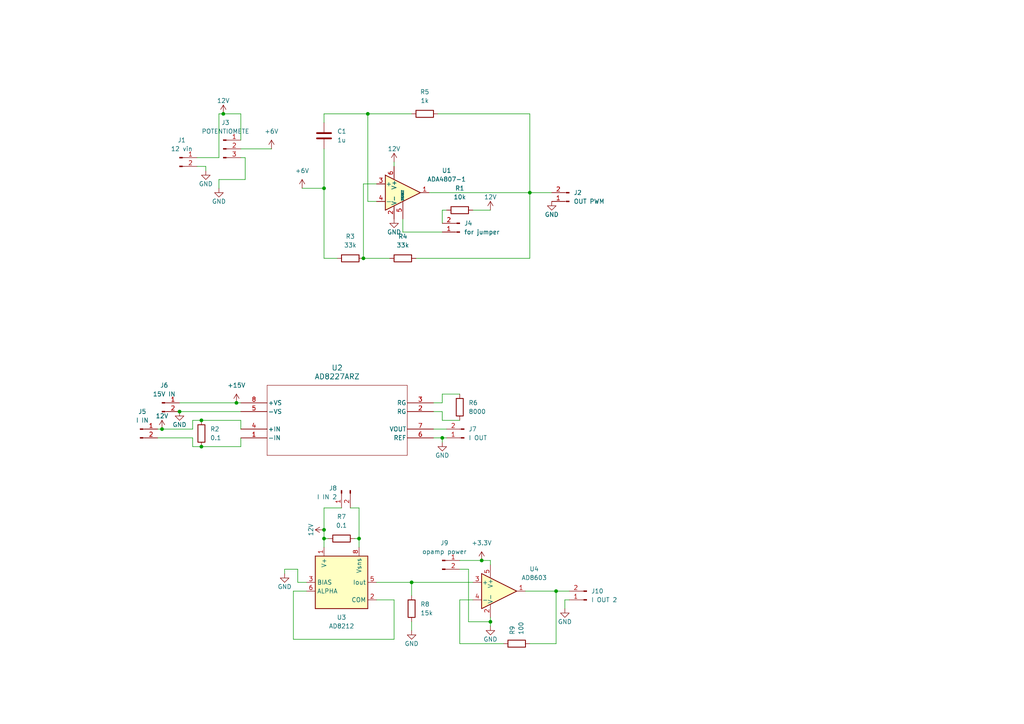
<source format=kicad_sch>
(kicad_sch (version 20250114) (generator "eeschema") (generator_version "9.0")
  (paper "A4")
  (lib_symbols
    (symbol "Amplifier_Current:AD8212"
      (property "Reference" "U" (at -7.62 10.795 0))
      (property "Value" "AD8212" (at -7.62 8.89 0))
      (symbol "AD8212_0_1"
        (rectangle (start -7.62 7.62) (end 7.62 -7.62) (stroke (width 0.254)) (fill (type background)))
      )
      (symbol "AD8212_1_1"
        (pin input line (at -10.16 0 0) (length 2.54) (name "BIAS") (number "3"))
        (pin output line (at -10.16 -2.54 0) (length 2.54) (name "ALPHA") (number "6"))
        (pin power_in line (at -5.08 10.16 270) (length 2.54) (name "V+") (number "1"))
        (pin no_connect line (at -2.54 -7.62 90) (length 2.54) (hide yes) (name "NC") (number "4"))
        (pin no_connect line (at 0 -7.62 90) (length 2.54) (hide yes) (name "NC") (number "7"))
        (pin input line (at 5.08 10.16 270) (length 2.54) (name "Vsns") (number "8"))
        (pin output line (at 10.16 0 180) (length 2.54) (name "Iout") (number "5"))
        (pin input line (at 10.16 -5.08 180) (length 2.54) (name "COM") (number "2"))
      )
    )
    (symbol "Amplifier_Operational:AD8603" (pin_names (offset 0.127))
      (property "Reference" "U" (at 0 5.08 0))
      (property "Value" "AD8603" (at 0 -5.08 0))
      (symbol "AD8603_0_1"
        (polyline (pts (xy -5.08 5.08) (xy 5.08 0) (xy -5.08 -5.08) (xy -5.08 5.08)) (stroke (width 0.254)) (fill (type background)))
        (pin power_in line (at -2.54 7.62 270) (length 3.81) (name "V+") (number "5"))
        (pin power_in line (at -2.54 -7.62 90) (length 3.81) (name "V-") (number "2"))
      )
      (symbol "AD8603_1_1"
        (pin input line (at -7.62 2.54 0) (length 2.54) (name "+") (number "3"))
        (pin input line (at -7.62 -2.54 0) (length 2.54) (name "-") (number "4"))
        (pin output line (at 7.62 0 180) (length 2.54) (name "~") (number "1"))
      )
    )
    (symbol "Amplifier_Operational:ADA4807-1" (pin_names (offset 0.127))
      (property "Reference" "U" (at 1.27 3.81 0))
      (property "Value" "ADA4807-1" (at 1.27 -3.81 0))
      (symbol "ADA4807-1_0_1"
        (polyline (pts (xy -5.08 5.08) (xy 5.08 0) (xy -5.08 -5.08) (xy -5.08 5.08)) (stroke (width 0.254)) (fill (type background)))
      )
      (symbol "ADA4807-1_1_1"
        (pin input line (at -7.62 2.54 0) (length 2.54) (name "+") (number "3"))
        (pin input line (at -7.62 -2.54 0) (length 2.54) (name "-") (number "4"))
        (pin power_in line (at -2.54 7.62 270) (length 3.81) (name "V+") (number "6"))
        (pin power_in line (at -2.54 -7.62 90) (length 3.81) (name "V-") (number "2"))
        (pin input line (at 0 -7.62 90) (length 5.08) (name "~{DISABLE}") (number "5"))
        (pin output line (at 7.62 0 180) (length 2.54) (name "~") (number "1"))
      )
    )
    (symbol "Connector:Conn_01x02_Pin" (pin_names (offset 1.016) (hide yes))
      (property "Reference" "J" (at 0 2.54 0))
      (property "Value" "Conn_01x02_Pin" (at 0 -5.08 0))
      (symbol "Conn_01x02_Pin_1_1"
        (rectangle (start 0.8636 0.127) (end 0 -0.127) (stroke (width 0.1524)) (fill (type outline)))
        (rectangle (start 0.8636 -2.413) (end 0 -2.667) (stroke (width 0.1524)) (fill (type outline)))
        (polyline (pts (xy 1.27 0) (xy 0.8636 0)) (stroke (width 0.1524)))
        (polyline (pts (xy 1.27 -2.54) (xy 0.8636 -2.54)) (stroke (width 0.1524)))
        (pin passive line (at 5.08 0 180) (length 3.81) (name "Pin_1") (number "1"))
        (pin passive line (at 5.08 -2.54 180) (length 3.81) (name "Pin_2") (number "2"))
      )
    )
    (symbol "Connector:Conn_01x03_Pin" (pin_names (offset 1.016) (hide yes))
      (property "Reference" "J" (at 0 5.08 0))
      (property "Value" "Conn_01x03_Pin" (at 0 -5.08 0))
      (symbol "Conn_01x03_Pin_1_1"
        (rectangle (start 0.8636 2.667) (end 0 2.413) (stroke (width 0.1524)) (fill (type outline)))
        (rectangle (start 0.8636 0.127) (end 0 -0.127) (stroke (width 0.1524)) (fill (type outline)))
        (rectangle (start 0.8636 -2.413) (end 0 -2.667) (stroke (width 0.1524)) (fill (type outline)))
        (polyline (pts (xy 1.27 2.54) (xy 0.8636 2.54)) (stroke (width 0.1524)))
        (polyline (pts (xy 1.27 0) (xy 0.8636 0)) (stroke (width 0.1524)))
        (polyline (pts (xy 1.27 -2.54) (xy 0.8636 -2.54)) (stroke (width 0.1524)))
        (pin passive line (at 5.08 2.54 180) (length 3.81) (name "Pin_1") (number "1"))
        (pin passive line (at 5.08 0 180) (length 3.81) (name "Pin_2") (number "2"))
        (pin passive line (at 5.08 -2.54 180) (length 3.81) (name "Pin_3") (number "3"))
      )
    )
    (symbol "Device:C" (pin_numbers (hide yes)) (pin_names (offset 0.254))
      (property "Reference" "C" (at 0.635 2.54 0))
      (property "Value" "C" (at 0.635 -2.54 0))
      (symbol "C_0_1"
        (polyline (pts (xy -2.032 0.762) (xy 2.032 0.762)) (stroke (width 0.508)))
        (polyline (pts (xy -2.032 -0.762) (xy 2.032 -0.762)) (stroke (width 0.508)))
      )
      (symbol "C_1_1"
        (pin passive line (at 0 3.81 270) (length 2.794) (name "~") (number "1"))
        (pin passive line (at 0 -3.81 90) (length 2.794) (name "~") (number "2"))
      )
    )
    (symbol "Device:R" (pin_numbers (hide yes)) (pin_names (offset 0))
      (property "Reference" "R" (at 2.032 0 90))
      (property "Value" "R" (at 0 0 90))
      (symbol "R_0_1"
        (rectangle (start -1.016 -2.54) (end 1.016 2.54) (stroke (width 0.254)))
      )
      (symbol "R_1_1"
        (pin passive line (at 0 3.81 270) (length 1.27) (name "~") (number "1"))
        (pin passive line (at 0 -3.81 90) (length 1.27) (name "~") (number "2"))
      )
    )
    (symbol "PCM_SparkFun-PowerSymbol:12V" (power) (pin_names (offset 0))
      (property "Value" "12V" (at 0 3.81 0))
      (symbol "12V_0_1"
        (polyline (pts (xy -0.762 1.27) (xy 0 2.54)))
        (polyline (pts (xy 0 2.54) (xy 0.762 1.27)))
        (polyline (pts (xy 0 0) (xy 0 2.54)))
      )
      (symbol "12V_1_1"
        (pin power_in line (at 0 0 90) (length 0) (hide yes) (name "12V") (number "1"))
      )
    )
    (symbol "PCM_SparkFun-PowerSymbol:GND" (power) (pin_names (offset 0))
      (property "Value" "GND" (at 0 -3.81 0))
      (symbol "GND_0_1"
        (polyline (pts (xy 0 0) (xy 0 -1.27) (xy 1.27 -1.27) (xy 0 -2.54) (xy -1.27 -1.27) (xy 0 -1.27)))
      )
      (symbol "GND_1_1"
        (pin power_in line (at 0 0 270) (length 0) (hide yes) (name "GND") (number "1"))
      )
    )
    (symbol "ad8227:AD8227ARMZ" (pin_names (offset 0.254))
      (property "Reference" "U" (at 27.94 10.16 0))
      (property "Value" "AD8227ARMZ" (at 27.94 7.62 0))
      (symbol "AD8227ARMZ_0_1"
        (polyline (pts (xy 7.62 5.08) (xy 7.62 -15.24)) (stroke (width 0.127)))
        (polyline (pts (xy 7.62 -15.24) (xy 48.26 -15.24)) (stroke (width 0.127)))
        (polyline (pts (xy 48.26 5.08) (xy 7.62 5.08)) (stroke (width 0.127)))
        (polyline (pts (xy 48.26 -15.24) (xy 48.26 5.08)) (stroke (width 0.127)))
        (pin power_in line (at 0 0 0) (length 7.62) (name "+VS") (number "8"))
        (pin power_in line (at 0 -2.54 0) (length 7.62) (name "-VS") (number "5"))
        (pin input line (at 0 -7.62 0) (length 7.62) (name "+IN") (number "4"))
        (pin input line (at 0 -10.16 0) (length 7.62) (name "-IN") (number "1"))
        (pin unspecified line (at 55.88 0 180) (length 7.62) (name "RG") (number "3"))
        (pin unspecified line (at 55.88 -2.54 180) (length 7.62) (name "RG") (number "2"))
        (pin output line (at 55.88 -7.62 180) (length 7.62) (name "VOUT") (number "7"))
        (pin output line (at 55.88 -10.16 180) (length 7.62) (name "REF") (number "6"))
      )
    )
    (symbol "power:+15V" (power) (pin_numbers (hide yes)) (pin_names (offset 0) (hide yes))
      (property "Value" "+15V" (at 0 3.556 0))
      (symbol "+15V_0_1"
        (polyline (pts (xy -0.762 1.27) (xy 0 2.54)))
        (polyline (pts (xy 0 2.54) (xy 0.762 1.27)))
        (polyline (pts (xy 0 0) (xy 0 2.54)))
      )
      (symbol "+15V_1_1"
        (pin power_in line (at 0 0 90) (length 0) (name "~") (number "1"))
      )
    )
    (symbol "power:+3.3V" (power) (pin_numbers (hide yes)) (pin_names (offset 0) (hide yes))
      (property "Value" "+3.3V" (at 0 3.556 0))
      (symbol "+3.3V_0_1"
        (polyline (pts (xy -0.762 1.27) (xy 0 2.54)))
        (polyline (pts (xy 0 2.54) (xy 0.762 1.27)))
        (polyline (pts (xy 0 0) (xy 0 2.54)))
      )
      (symbol "+3.3V_1_1"
        (pin power_in line (at 0 0 90) (length 0) (name "~") (number "1"))
      )
    )
    (symbol "power:+6V" (power) (pin_numbers (hide yes)) (pin_names (offset 0) (hide yes))
      (property "Value" "+6V" (at 0 3.556 0))
      (symbol "+6V_0_1"
        (polyline (pts (xy -0.762 1.27) (xy 0 2.54)))
        (polyline (pts (xy 0 2.54) (xy 0.762 1.27)))
        (polyline (pts (xy 0 0) (xy 0 2.54)))
      )
      (symbol "+6V_1_1"
        (pin power_in line (at 0 0 90) (length 0) (name "~") (number "1"))
      )
    )
  )
  (junction (at 58.42 121.92))
  (junction (at 58.42 129.54))
  (junction (at 93.98 54.61))
  (junction (at 93.98 153.67))
  (junction (at 105.41 74.93))
  (junction (at 142.24 180.34))
  (junction (at 64.77 33.02))
  (junction (at 104.14 156.21))
  (junction (at 153.67 55.88))
  (junction (at 139.7 162.56))
  (junction (at 52.07 119.38))
  (junction (at 106.68 33.02))
  (junction (at 119.38 168.91))
  (junction (at 46.99 124.46))
  (junction (at 161.29 171.45))
  (junction (at 68.58 116.84))
  (junction (at 128.27 127))
  (junction (at 93.98 156.21))
  (wire (pts (xy 93.98 156.21) (xy 93.98 158.75)))
  (wire (pts (xy 125.73 119.38) (xy 128.27 119.38)))
  (wire (pts (xy 135.89 165.1) (xy 135.89 180.34)))
  (wire (pts (xy 153.67 55.88) (xy 160.02 55.88)))
  (wire (pts (xy 125.73 116.84) (xy 128.27 116.84)))
  (wire (pts (xy 116.84 67.31) (xy 116.84 63.5)))
  (wire (pts (xy 93.98 35.56) (xy 93.98 33.02)))
  (wire (pts (xy 128.27 121.92) (xy 133.35 121.92)))
  (wire (pts (xy 93.98 156.21) (xy 93.98 153.67)))
  (wire (pts (xy 52.07 119.38) (xy 69.85 119.38)))
  (wire (pts (xy 128.27 119.38) (xy 128.27 121.92)))
  (wire (pts (xy 68.58 116.84) (xy 69.85 116.84)))
  (wire (pts (xy 86.36 165.1) (xy 82.55 165.1)))
  (wire (pts (xy 71.12 45.72) (xy 69.85 45.72)))
  (wire (pts (xy 93.98 74.93) (xy 97.79 74.93)))
  (wire (pts (xy 133.35 162.56) (xy 139.7 162.56)))
  (wire (pts (xy 63.5 33.02) (xy 64.77 33.02)))
  (wire (pts (xy 105.41 74.93) (xy 105.41 53.34)))
  (wire (pts (xy 113.03 74.93) (xy 105.41 74.93)))
  (wire (pts (xy 127 33.02) (xy 153.67 33.02)))
  (wire (pts (xy 106.68 58.42) (xy 109.22 58.42)))
  (wire (pts (xy 105.41 53.34) (xy 109.22 53.34)))
  (wire (pts (xy 69.85 127) (xy 69.85 129.54)))
  (wire (pts (xy 55.88 121.92) (xy 58.42 121.92)))
  (wire (pts (xy 128.27 116.84) (xy 128.27 114.3)))
  (wire (pts (xy 128.27 128.27) (xy 128.27 127)))
  (wire (pts (xy 88.9 168.91) (xy 86.36 168.91)))
  (wire (pts (xy 88.9 171.45) (xy 85.09 171.45)))
  (wire (pts (xy 57.15 48.26) (xy 59.69 48.26)))
  (wire (pts (xy 106.68 33.02) (xy 106.68 58.42)))
  (wire (pts (xy 161.29 186.69) (xy 161.29 171.45)))
  (wire (pts (xy 55.88 129.54) (xy 58.42 129.54)))
  (wire (pts (xy 142.24 180.34) (xy 142.24 181.61)))
  (wire (pts (xy 58.42 121.92) (xy 69.85 121.92)))
  (wire (pts (xy 55.88 124.46) (xy 55.88 121.92)))
  (wire (pts (xy 82.55 165.1) (xy 82.55 166.37)))
  (wire (pts (xy 57.15 45.72) (xy 63.5 45.72)))
  (wire (pts (xy 85.09 185.42) (xy 114.3 185.42)))
  (wire (pts (xy 125.73 124.46) (xy 129.54 124.46)))
  (wire (pts (xy 59.69 49.53) (xy 59.69 48.26)))
  (wire (pts (xy 153.67 33.02) (xy 153.67 55.88)))
  (wire (pts (xy 119.38 172.72) (xy 119.38 168.91)))
  (wire (pts (xy 69.85 33.02) (xy 69.85 40.64)))
  (wire (pts (xy 85.09 171.45) (xy 85.09 185.42)))
  (wire (pts (xy 124.46 55.88) (xy 153.67 55.88)))
  (wire (pts (xy 63.5 45.72) (xy 63.5 33.02)))
  (wire (pts (xy 95.25 156.21) (xy 93.98 156.21)))
  (wire (pts (xy 161.29 171.45) (xy 152.4 171.45)))
  (wire (pts (xy 128.27 67.31) (xy 116.84 67.31)))
  (wire (pts (xy 93.98 153.67) (xy 93.98 147.32)))
  (wire (pts (xy 128.27 64.77) (xy 128.27 60.96)))
  (wire (pts (xy 114.3 46.99) (xy 114.3 48.26)))
  (wire (pts (xy 45.72 124.46) (xy 46.99 124.46)))
  (wire (pts (xy 128.27 114.3) (xy 133.35 114.3)))
  (wire (pts (xy 133.35 173.99) (xy 133.35 186.69)))
  (wire (pts (xy 69.85 121.92) (xy 69.85 124.46)))
  (wire (pts (xy 93.98 54.61) (xy 93.98 74.93)))
  (wire (pts (xy 52.07 116.84) (xy 68.58 116.84)))
  (wire (pts (xy 128.27 60.96) (xy 129.54 60.96)))
  (wire (pts (xy 55.88 127) (xy 55.88 129.54)))
  (wire (pts (xy 71.12 52.07) (xy 71.12 45.72)))
  (wire (pts (xy 119.38 168.91) (xy 137.16 168.91)))
  (wire (pts (xy 128.27 127) (xy 125.73 127)))
  (wire (pts (xy 163.83 173.99) (xy 163.83 176.53)))
  (wire (pts (xy 139.7 162.56) (xy 142.24 162.56)))
  (wire (pts (xy 58.42 129.54) (xy 69.85 129.54)))
  (wire (pts (xy 86.36 168.91) (xy 86.36 165.1)))
  (wire (pts (xy 137.16 60.96) (xy 142.24 60.96)))
  (wire (pts (xy 119.38 168.91) (xy 109.22 168.91)))
  (wire (pts (xy 114.3 185.42) (xy 114.3 173.99)))
  (wire (pts (xy 93.98 147.32) (xy 99.06 147.32)))
  (wire (pts (xy 133.35 165.1) (xy 135.89 165.1)))
  (wire (pts (xy 153.67 74.93) (xy 153.67 55.88)))
  (wire (pts (xy 133.35 186.69) (xy 146.05 186.69)))
  (wire (pts (xy 119.38 180.34) (xy 119.38 182.88)))
  (wire (pts (xy 104.14 147.32) (xy 104.14 156.21)))
  (wire (pts (xy 93.98 33.02) (xy 106.68 33.02)))
  (wire (pts (xy 101.6 147.32) (xy 104.14 147.32)))
  (wire (pts (xy 93.98 43.18) (xy 93.98 54.61)))
  (wire (pts (xy 87.63 54.61) (xy 93.98 54.61)))
  (wire (pts (xy 69.85 43.18) (xy 78.74 43.18)))
  (wire (pts (xy 161.29 171.45) (xy 165.1 171.45)))
  (wire (pts (xy 142.24 162.56) (xy 142.24 163.83)))
  (wire (pts (xy 102.87 156.21) (xy 104.14 156.21)))
  (wire (pts (xy 137.16 173.99) (xy 133.35 173.99)))
  (wire (pts (xy 45.72 127) (xy 55.88 127)))
  (wire (pts (xy 128.27 127) (xy 129.54 127)))
  (wire (pts (xy 104.14 156.21) (xy 104.14 158.75)))
  (wire (pts (xy 63.5 52.07) (xy 71.12 52.07)))
  (wire (pts (xy 46.99 124.46) (xy 55.88 124.46)))
  (wire (pts (xy 120.65 74.93) (xy 153.67 74.93)))
  (wire (pts (xy 165.1 173.99) (xy 163.83 173.99)))
  (wire (pts (xy 135.89 180.34) (xy 142.24 180.34)))
  (wire (pts (xy 63.5 54.61) (xy 63.5 52.07)))
  (wire (pts (xy 114.3 173.99) (xy 109.22 173.99)))
  (wire (pts (xy 142.24 179.07) (xy 142.24 180.34)))
  (wire (pts (xy 153.67 186.69) (xy 161.29 186.69)))
  (wire (pts (xy 64.77 33.02) (xy 69.85 33.02)))
  (wire (pts (xy 106.68 33.02) (xy 119.38 33.02)))
  (symbol (lib_id "Connector:Conn_01x02_Pin") (at 170.18 173.99 180) (unit 1)
    (property "Reference" "J10" (at 171.45 171.4499 0) (effects (justify right)))
    (property "Value" "I OUT 2" (at 171.45 173.9899 0) (effects (justify right)))
    (property "Footprint" "Connector_PinHeader_2.54mm:PinHeader_1x02_P2.54mm_Vertical" (effects (hide yes)))
    (property "Description" "Generic connector, single row, 01x02, script generated" (effects (hide yes)))
  )
  (symbol (lib_id "Device:R") (at 119.38 176.53 180) (unit 1)
    (property "Reference" "R8" (at 121.92 175.2599 0) (effects (justify right)))
    (property "Value" "15k" (at 121.92 177.7999 0) (effects (justify right)))
    (property "Footprint" "Resistor_SMD:R_0805_2012Metric" (effects (hide yes)))
    (property "Description" "Resistor" (effects (hide yes)))
  )
  (symbol (lib_id "power:+15V") (at 68.58 116.84 0) (unit 1)
    (property "Reference" "#PWR013" (effects (hide yes)))
    (property "Value" "+15V" (at 68.58 111.76 0))
    (property "Description" "Power symbol creates a global label with name \"+15V\"" (effects (hide yes)))
  )
  (symbol (lib_id "Device:R") (at 123.19 33.02 90) (unit 1)
    (property "Reference" "R5" (at 123.19 26.67 90))
    (property "Value" "1k" (at 123.19 29.21 90))
    (property "Footprint" "Resistor_THT:R_Axial_DIN0411_L9.9mm_D3.6mm_P15.24mm_Horizontal" (effects (hide yes)))
    (property "Description" "Resistor" (effects (hide yes)))
  )
  (symbol (lib_id "PCM_SparkFun-PowerSymbol:GND") (at 142.24 181.61 0) (unit 1)
    (property "Reference" "#PWR016" (effects (hide yes)))
    (property "Value" "GND" (at 142.24 185.42 0))
    (property "Description" "Power symbol creates a global label with name \"GND\" , ground" (effects (hide yes)))
  )
  (symbol (lib_id "PCM_SparkFun-PowerSymbol:12V") (at 64.77 33.02 0) (unit 1)
    (property "Reference" "#PWR01" (effects (hide yes)))
    (property "Value" "12V" (at 64.77 29.21 0))
    (property "Description" "Power symbol creates a global label with name \"12V\"" (effects (hide yes)))
  )
  (symbol (lib_id "Device:R") (at 133.35 118.11 180) (unit 1)
    (property "Reference" "R6" (at 135.89 116.8399 0) (effects (justify right)))
    (property "Value" "8000" (at 135.89 119.3799 0) (effects (justify right)))
    (property "Footprint" "Resistor_SMD:R_0805_2012Metric" (effects (hide yes)))
    (property "Description" "Resistor" (effects (hide yes)))
  )
  (symbol (lib_id "PCM_SparkFun-PowerSymbol:GND") (at 128.27 128.27 0) (unit 1)
    (property "Reference" "#PWR010" (effects (hide yes)))
    (property "Value" "GND" (at 128.27 132.08 0))
    (property "Description" "Power symbol creates a global label with name \"GND\" , ground" (effects (hide yes)))
  )
  (symbol (lib_id "PCM_SparkFun-PowerSymbol:12V") (at 46.99 124.46 0) (unit 1)
    (property "Reference" "#PWR012" (effects (hide yes)))
    (property "Value" "12V" (at 46.99 120.65 0))
    (property "Description" "Power symbol creates a global label with name \"12V\"" (effects (hide yes)))
  )
  (symbol (lib_id "Device:R") (at 149.86 186.69 270) (unit 1)
    (property "Reference" "R9" (at 148.5899 184.15 0) (effects (justify right)))
    (property "Value" "100" (at 151.1299 184.15 0) (effects (justify right)))
    (property "Footprint" "Resistor_SMD:R_0805_2012Metric" (effects (hide yes)))
    (property "Description" "Resistor" (effects (hide yes)))
  )
  (symbol (lib_id "Connector:Conn_01x02_Pin") (at 165.1 58.42 180) (unit 1)
    (property "Reference" "J2" (at 166.37 55.8799 0) (effects (justify right)))
    (property "Value" "OUT PWM" (at 166.37 58.4199 0) (effects (justify right)))
    (property "Footprint" "Connector_PinHeader_2.54mm:PinHeader_1x02_P2.54mm_Vertical" (effects (hide yes)))
    (property "Description" "Generic connector, single row, 01x02, script generated" (effects (hide yes)))
  )
  (symbol (lib_id "PCM_SparkFun-PowerSymbol:GND") (at 82.55 166.37 0) (unit 1)
    (property "Reference" "#PWR014" (effects (hide yes)))
    (property "Value" "GND" (at 82.55 170.18 0))
    (property "Description" "Power symbol creates a global label with name \"GND\" , ground" (effects (hide yes)))
  )
  (symbol (lib_id "Connector:Conn_01x02_Pin") (at 46.99 116.84 0) (unit 1)
    (property "Reference" "J6" (at 47.625 111.76 0))
    (property "Value" "15V IN" (at 47.625 114.3 0))
    (property "Footprint" "Connector_PinHeader_2.54mm:PinHeader_1x02_P2.54mm_Vertical" (effects (hide yes)))
    (property "Description" "Generic connector, single row, 01x02, script generated" (effects (hide yes)))
  )
  (symbol (lib_id "Connector:Conn_01x02_Pin") (at 134.62 127 180) (unit 1)
    (property "Reference" "J7" (at 135.89 124.4599 0) (effects (justify right)))
    (property "Value" "I OUT" (at 135.89 126.9999 0) (effects (justify right)))
    (property "Footprint" "Connector_PinHeader_2.54mm:PinHeader_1x02_P2.54mm_Vertical" (effects (hide yes)))
    (property "Description" "Generic connector, single row, 01x02, script generated" (effects (hide yes)))
  )
  (symbol (lib_id "Connector:Conn_01x02_Pin") (at 40.64 124.46 0) (unit 1)
    (property "Reference" "J5" (at 41.275 119.38 0))
    (property "Value" "I IN" (at 41.275 121.92 0))
    (property "Footprint" "Connector_PinHeader_2.54mm:PinHeader_1x02_P2.54mm_Vertical" (effects (hide yes)))
    (property "Description" "Generic connector, single row, 01x02, script generated" (effects (hide yes)))
  )
  (symbol (lib_id "Connector:Conn_01x02_Pin") (at 99.06 142.24 90) (mirror x) (unit 1)
    (property "Reference" "J8" (at 97.79 141.6049 90) (effects (justify left)))
    (property "Value" "I IN 2" (at 97.79 144.1449 90) (effects (justify left)))
    (property "Footprint" "Connector_PinHeader_2.54mm:PinHeader_1x02_P2.54mm_Vertical" (effects (hide yes)))
    (property "Description" "Generic connector, single row, 01x02, script generated" (effects (hide yes)))
  )
  (symbol (lib_id "Amplifier_Operational:AD8603") (at 144.78 171.45 0) (unit 1)
    (property "Reference" "U4" (at 154.94 165.0298 0))
    (property "Value" "AD8603" (at 154.94 167.5698 0))
    (property "Footprint" "Package_TO_SOT_SMD:TSOT-23-5" (effects (hide yes)))
    (property "Datasheet" "https://www.analog.com/media/en/technical-documentation/data-sheets/AD8603_8607_8609.pdf" (effects (hide yes)))
    (property "Description" "Precision Micropower, Low Noise CMOS, Rail-to-Rail Input/Output Operational Amplifier, TSOT-23-5" (effects (hide yes)))
  )
  (symbol (lib_id "ad8227:AD8227ARMZ") (at 69.85 116.84 0) (unit 1)
    (property "Reference" "U2" (at 97.79 106.68 0) (effects (font (size 1.524 1.524))))
    (property "Value" "AD8227ARZ" (at 97.79 109.22 0) (effects (font (size 1.524 1.524))))
    (property "Footprint" "8227:RM_8_ADI" (effects (hide yes)))
    (property "Datasheet" "https://www.analog.com/media/en/technical-documentation/data-sheets/AD8227.pdf" (effects (hide yes)))
  )
  (symbol (lib_id "PCM_SparkFun-PowerSymbol:GND") (at 63.5 54.61 0) (unit 1)
    (property "Reference" "#PWR05" (effects (hide yes)))
    (property "Value" "GND" (at 63.5 58.42 0))
    (property "Description" "Power symbol creates a global label with name \"GND\" , ground" (effects (hide yes)))
  )
  (symbol (lib_id "Device:R") (at 133.35 60.96 90) (unit 1)
    (property "Reference" "R1" (at 133.35 54.61 90))
    (property "Value" "10k" (at 133.35 57.15 90))
    (property "Footprint" "Resistor_SMD:R_0805_2012Metric" (effects (hide yes)))
    (property "Description" "Resistor" (effects (hide yes)))
  )
  (symbol (lib_id "Device:R") (at 116.84 74.93 90) (unit 1)
    (property "Reference" "R4" (at 116.84 68.58 90))
    (property "Value" "33k" (at 116.84 71.12 90))
    (property "Footprint" "Resistor_SMD:R_0805_2012Metric" (effects (hide yes)))
    (property "Description" "Resistor" (effects (hide yes)))
  )
  (symbol (lib_id "Connector:Conn_01x02_Pin") (at 133.35 67.31 180) (unit 1)
    (property "Reference" "J4" (at 134.62 64.7699 0) (effects (justify right)))
    (property "Value" "for jumper" (at 134.62 67.3099 0) (effects (justify right)))
    (property "Footprint" "Connector_PinHeader_2.54mm:PinHeader_1x02_P2.54mm_Vertical" (effects (hide yes)))
    (property "Description" "Generic connector, single row, 01x02, script generated" (effects (hide yes)))
  )
  (symbol (lib_id "PCM_SparkFun-PowerSymbol:GND") (at 52.07 119.38 0) (unit 1)
    (property "Reference" "#PWR011" (effects (hide yes)))
    (property "Value" "GND" (at 52.07 123.19 0))
    (property "Description" "Power symbol creates a global label with name \"GND\" , ground" (effects (hide yes)))
  )
  (symbol (lib_id "PCM_SparkFun-PowerSymbol:12V") (at 114.3 46.99 0) (unit 1)
    (property "Reference" "#PWR03" (effects (hide yes)))
    (property "Value" "12V" (at 114.3 43.18 0))
    (property "Description" "Power symbol creates a global label with name \"12V\"" (effects (hide yes)))
  )
  (symbol (lib_id "Device:R") (at 58.42 125.73 0) (unit 1)
    (property "Reference" "R2" (at 60.96 124.4599 0) (effects (justify left)))
    (property "Value" "0.1" (at 60.96 126.9999 0) (effects (justify left)))
    (property "Footprint" "Resistor_THT:R_Axial_DIN0204_L3.6mm_D1.6mm_P5.08mm_Horizontal" (effects (hide yes)))
    (property "Description" "Resistor" (effects (hide yes)))
  )
  (symbol (lib_id "power:+6V") (at 87.63 54.61 0) (unit 1)
    (property "Reference" "#PWR08" (effects (hide yes)))
    (property "Value" "+6V" (at 87.63 49.53 0))
    (property "Description" "Power symbol creates a global label with name \"+6V\"" (effects (hide yes)))
  )
  (symbol (lib_id "Amplifier_Operational:ADA4807-1") (at 116.84 55.88 0) (unit 1)
    (property "Reference" "U1" (at 129.54 49.4598 0))
    (property "Value" "ADA4807-1" (at 129.54 51.9998 0))
    (property "Footprint" "Package_TO_SOT_SMD:SOT-23-6" (effects (hide yes)))
    (property "Datasheet" "https://www.analog.com/media/en/technical-documentation/data-sheets/ADA4807-1_4807-2_4807-4.pdf" (effects (hide yes)))
    (property "Description" "Single Rail-to-Rail Input/Output Amplifiers, with disable, SC-70-6/SOT-23-6" (effects (hide yes)))
  )
  (symbol (lib_id "Amplifier_Current:AD8212") (at 99.06 168.91 0) (unit 1)
    (property "Reference" "U3" (at 99.06 179.07 0))
    (property "Value" "AD8212" (at 99.06 181.61 0))
    (property "Footprint" "Package_SO:MSOP-8_3x3mm_P0.65mm" (effects (hide yes)))
    (property "Datasheet" "https://www.analog.com/media/en/technical-documentation/data-sheets/AD8212.pdf" (effects (hide yes)))
    (property "Description" "65V High Voltage Current, Shunt Monitor, adjustable gain, bandwidth 1000kHz, Vcc=7V~65V, current output, unidirectional, MSOP-8" (effects (hide yes)))
  )
  (symbol (lib_id "PCM_SparkFun-PowerSymbol:12V") (at 93.98 153.67 90) (unit 1)
    (property "Reference" "#PWR017" (effects (hide yes)))
    (property "Value" "12V" (at 90.17 153.67 0))
    (property "Description" "Power symbol creates a global label with name \"12V\"" (effects (hide yes)))
  )
  (symbol (lib_id "PCM_SparkFun-PowerSymbol:GND") (at 160.02 58.42 0) (unit 1)
    (property "Reference" "#PWR04" (effects (hide yes)))
    (property "Value" "GND" (at 160.02 62.23 0))
    (property "Description" "Power symbol creates a global label with name \"GND\" , ground" (effects (hide yes)))
  )
  (symbol (lib_id "Device:C") (at 93.98 39.37 0) (unit 1)
    (property "Reference" "C1" (at 97.79 38.0999 0) (effects (justify left)))
    (property "Value" "1u" (at 97.79 40.6399 0) (effects (justify left)))
    (property "Footprint" "Capacitor_SMD:C_0805_2012Metric" (effects (hide yes)))
    (property "Description" "Unpolarized capacitor" (effects (hide yes)))
  )
  (symbol (lib_id "PCM_SparkFun-PowerSymbol:GND") (at 114.3 63.5 0) (unit 1)
    (property "Reference" "#PWR02" (effects (hide yes)))
    (property "Value" "GND" (at 114.3 67.31 0))
    (property "Description" "Power symbol creates a global label with name \"GND\" , ground" (effects (hide yes)))
  )
  (symbol (lib_id "Device:R") (at 101.6 74.93 90) (unit 1)
    (property "Reference" "R3" (at 101.6 68.58 90))
    (property "Value" "33k" (at 101.6 71.12 90))
    (property "Footprint" "Resistor_SMD:R_0805_2012Metric" (effects (hide yes)))
    (property "Description" "Resistor" (effects (hide yes)))
  )
  (symbol (lib_id "Connector:Conn_01x03_Pin") (at 64.77 43.18 0) (unit 1)
    (property "Reference" "J3" (at 65.405 35.56 0))
    (property "Value" "POTENTIOMETE" (at 65.405 38.1 0))
    (property "Footprint" "Connector_PinSocket_2.54mm:PinSocket_1x03_P2.54mm_Vertical" (effects (hide yes)))
    (property "Description" "Generic connector, single row, 01x03, script generated" (effects (hide yes)))
  )
  (symbol (lib_id "Connector:Conn_01x02_Pin") (at 128.27 162.56 0) (unit 1)
    (property "Reference" "J9" (at 128.905 157.48 0))
    (property "Value" "opamp power" (at 128.905 160.02 0))
    (property "Footprint" "Connector_PinHeader_2.54mm:PinHeader_1x02_P2.54mm_Vertical" (effects (hide yes)))
    (property "Description" "Generic connector, single row, 01x02, script generated" (effects (hide yes)))
  )
  (symbol (lib_id "power:+6V") (at 78.74 43.18 0) (unit 1)
    (property "Reference" "#PWR07" (effects (hide yes)))
    (property "Value" "+6V" (at 78.74 38.1 0))
    (property "Description" "Power symbol creates a global label with name \"+6V\"" (effects (hide yes)))
  )
  (symbol (lib_id "PCM_SparkFun-PowerSymbol:GND") (at 119.38 182.88 0) (unit 1)
    (property "Reference" "#PWR015" (effects (hide yes)))
    (property "Value" "GND" (at 119.38 186.69 0))
    (property "Description" "Power symbol creates a global label with name \"GND\" , ground" (effects (hide yes)))
  )
  (symbol (lib_id "PCM_SparkFun-PowerSymbol:12V") (at 142.24 60.96 0) (unit 1)
    (property "Reference" "#PWR09" (effects (hide yes)))
    (property "Value" "12V" (at 142.24 57.15 0))
    (property "Description" "Power symbol creates a global label with name \"12V\"" (effects (hide yes)))
  )
  (symbol (lib_id "Device:R") (at 99.06 156.21 90) (unit 1)
    (property "Reference" "R7" (at 99.06 149.86 90))
    (property "Value" "0.1" (at 99.06 152.4 90))
    (property "Footprint" "Resistor_THT:R_Axial_DIN0204_L3.6mm_D1.6mm_P5.08mm_Horizontal" (effects (hide yes)))
    (property "Description" "Resistor" (effects (hide yes)))
  )
  (symbol (lib_id "PCM_SparkFun-PowerSymbol:GND") (at 163.83 176.53 0) (unit 1)
    (property "Reference" "#PWR019" (effects (hide yes)))
    (property "Value" "GND" (at 163.83 180.34 0))
    (property "Description" "Power symbol creates a global label with name \"GND\" , ground" (effects (hide yes)))
  )
  (symbol (lib_id "Connector:Conn_01x02_Pin") (at 52.07 45.72 0) (unit 1)
    (property "Reference" "J1" (at 52.705 40.64 0))
    (property "Value" "12 vin" (at 52.705 43.18 0))
    (property "Footprint" "Connector_PinHeader_2.54mm:PinHeader_1x02_P2.54mm_Vertical" (effects (hide yes)))
    (property "Description" "Generic connector, single row, 01x02, script generated" (effects (hide yes)))
  )
  (symbol (lib_id "PCM_SparkFun-PowerSymbol:GND") (at 59.69 49.53 0) (unit 1)
    (property "Reference" "#PWR06" (effects (hide yes)))
    (property "Value" "GND" (at 59.69 53.34 0))
    (property "Description" "Power symbol creates a global label with name \"GND\" , ground" (effects (hide yes)))
  )
  (symbol (lib_id "power:+3.3V") (at 139.7 162.56 0) (unit 1)
    (property "Reference" "#PWR018" (effects (hide yes)))
    (property "Value" "+3.3V" (at 139.7 157.48 0))
    (property "Description" "Power symbol creates a global label with name \"+3.3V\"" (effects (hide yes)))
  )
)
</source>
